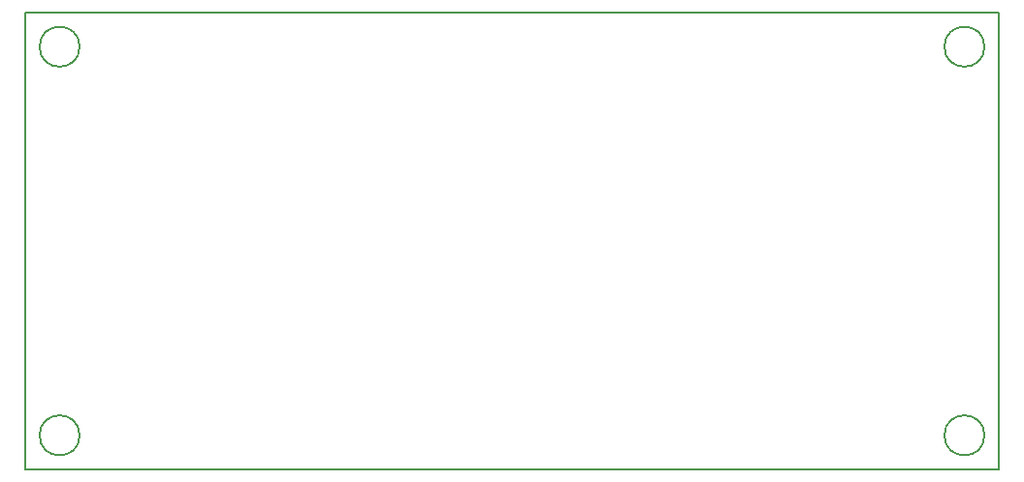
<source format=gbr>
G04 #@! TF.GenerationSoftware,KiCad,Pcbnew,5.0.2+dfsg1-1~bpo9+1*
G04 #@! TF.CreationDate,2020-03-04T21:18:40+01:00*
G04 #@! TF.ProjectId,things_02,7468696e-6773-45f3-9032-2e6b69636164,rev?*
G04 #@! TF.SameCoordinates,Original*
G04 #@! TF.FileFunction,Profile,NP*
%FSLAX46Y46*%
G04 Gerber Fmt 4.6, Leading zero omitted, Abs format (unit mm)*
G04 Created by KiCad (PCBNEW 5.0.2+dfsg1-1~bpo9+1) date Wed Mar  4 21:18:40 2020*
%MOMM*%
%LPD*%
G01*
G04 APERTURE LIST*
%ADD10C,0.150000*%
G04 APERTURE END LIST*
D10*
X149750000Y-80750000D02*
G75*
G03X149750000Y-80750000I-1750000J0D01*
G01*
X149750000Y-114750000D02*
G75*
G03X149750000Y-114750000I-1750000J0D01*
G01*
X70750000Y-114750000D02*
G75*
G03X70750000Y-114750000I-1750000J0D01*
G01*
X70750000Y-80750000D02*
G75*
G03X70750000Y-80750000I-1750000J0D01*
G01*
X66000000Y-117750000D02*
X66000000Y-77750000D01*
X151000000Y-117750000D02*
X66000000Y-117750000D01*
X151000000Y-77750000D02*
X151000000Y-117750000D01*
X66000000Y-77750000D02*
X151000000Y-77750000D01*
M02*

</source>
